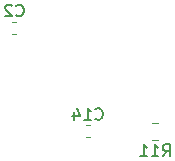
<source format=gbo>
G04 #@! TF.GenerationSoftware,KiCad,Pcbnew,(5.1.5)-2*
G04 #@! TF.CreationDate,2020-04-29T22:29:47+05:00*
G04 #@! TF.ProjectId,interferometer,696e7465-7266-4657-926f-6d657465722e,1*
G04 #@! TF.SameCoordinates,Original*
G04 #@! TF.FileFunction,Legend,Bot*
G04 #@! TF.FilePolarity,Positive*
%FSLAX46Y46*%
G04 Gerber Fmt 4.6, Leading zero omitted, Abs format (unit mm)*
G04 Created by KiCad (PCBNEW (5.1.5)-2) date 2020-04-29 22:29:47*
%MOMM*%
%LPD*%
G04 APERTURE LIST*
%ADD10C,0.120000*%
%ADD11C,0.150000*%
G04 APERTURE END LIST*
D10*
X158023779Y-99062000D02*
X157698221Y-99062000D01*
X158023779Y-98042000D02*
X157698221Y-98042000D01*
X164246779Y-107825000D02*
X163921221Y-107825000D01*
X164246779Y-106805000D02*
X163921221Y-106805000D01*
X169540422Y-106605000D02*
X170057578Y-106605000D01*
X169540422Y-108025000D02*
X170057578Y-108025000D01*
D11*
X158027666Y-97479142D02*
X158075285Y-97526761D01*
X158218142Y-97574380D01*
X158313380Y-97574380D01*
X158456238Y-97526761D01*
X158551476Y-97431523D01*
X158599095Y-97336285D01*
X158646714Y-97145809D01*
X158646714Y-97002952D01*
X158599095Y-96812476D01*
X158551476Y-96717238D01*
X158456238Y-96622000D01*
X158313380Y-96574380D01*
X158218142Y-96574380D01*
X158075285Y-96622000D01*
X158027666Y-96669619D01*
X157646714Y-96669619D02*
X157599095Y-96622000D01*
X157503857Y-96574380D01*
X157265761Y-96574380D01*
X157170523Y-96622000D01*
X157122904Y-96669619D01*
X157075285Y-96764857D01*
X157075285Y-96860095D01*
X157122904Y-97002952D01*
X157694333Y-97574380D01*
X157075285Y-97574380D01*
X164726857Y-106242142D02*
X164774476Y-106289761D01*
X164917333Y-106337380D01*
X165012571Y-106337380D01*
X165155428Y-106289761D01*
X165250666Y-106194523D01*
X165298285Y-106099285D01*
X165345904Y-105908809D01*
X165345904Y-105765952D01*
X165298285Y-105575476D01*
X165250666Y-105480238D01*
X165155428Y-105385000D01*
X165012571Y-105337380D01*
X164917333Y-105337380D01*
X164774476Y-105385000D01*
X164726857Y-105432619D01*
X163774476Y-106337380D02*
X164345904Y-106337380D01*
X164060190Y-106337380D02*
X164060190Y-105337380D01*
X164155428Y-105480238D01*
X164250666Y-105575476D01*
X164345904Y-105623095D01*
X162917333Y-105670714D02*
X162917333Y-106337380D01*
X163155428Y-105289761D02*
X163393523Y-106004047D01*
X162774476Y-106004047D01*
X170441857Y-109417380D02*
X170775190Y-108941190D01*
X171013285Y-109417380D02*
X171013285Y-108417380D01*
X170632333Y-108417380D01*
X170537095Y-108465000D01*
X170489476Y-108512619D01*
X170441857Y-108607857D01*
X170441857Y-108750714D01*
X170489476Y-108845952D01*
X170537095Y-108893571D01*
X170632333Y-108941190D01*
X171013285Y-108941190D01*
X169489476Y-109417380D02*
X170060904Y-109417380D01*
X169775190Y-109417380D02*
X169775190Y-108417380D01*
X169870428Y-108560238D01*
X169965666Y-108655476D01*
X170060904Y-108703095D01*
X168537095Y-109417380D02*
X169108523Y-109417380D01*
X168822809Y-109417380D02*
X168822809Y-108417380D01*
X168918047Y-108560238D01*
X169013285Y-108655476D01*
X169108523Y-108703095D01*
M02*

</source>
